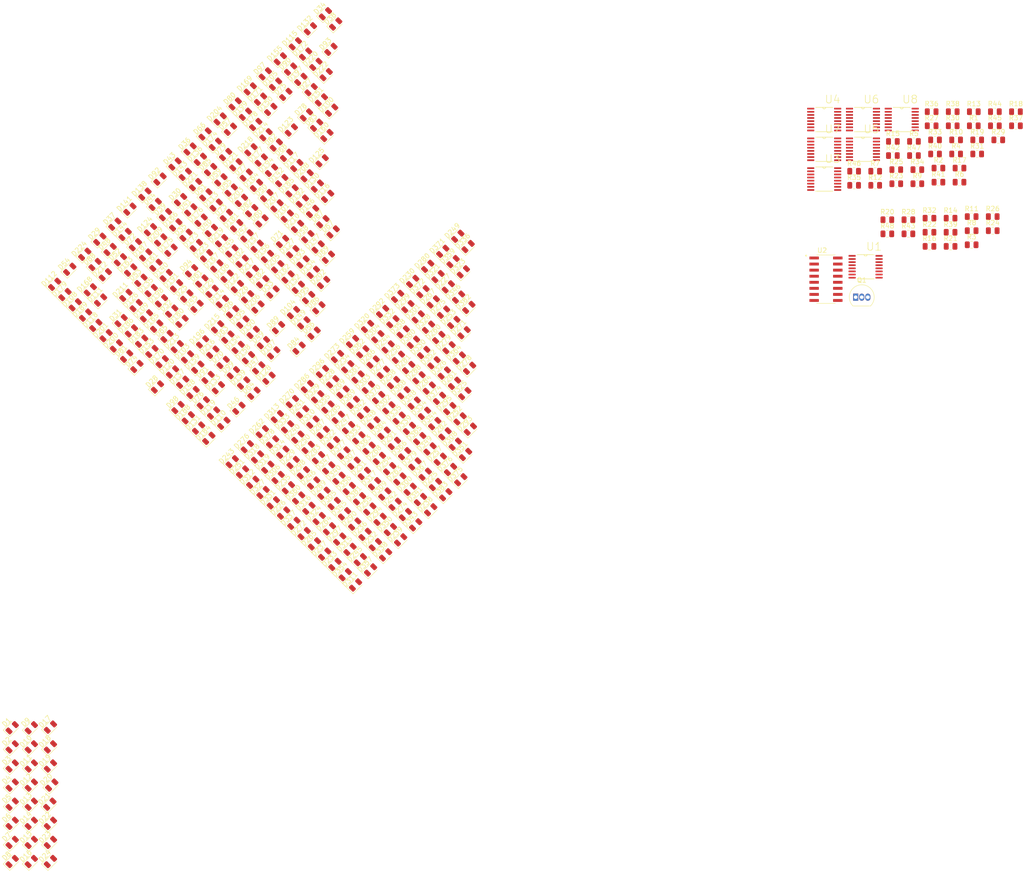
<source format=kicad_pcb>
(kicad_pcb (version 20211014) (generator pcbnew)
  (layers (0 "F.Cu" signal) (31 "B.Cu" signal) (34 "B.Paste" user) (35 "F.Paste" user) (36 "B.SilkS" user "B.Silkscreen") (37 "F.SilkS" user "F.Silkscreen") (38 "B.Mask" user) (39 "F.Mask" user) (44 "Edge.Cuts" user))
  (net 0 "")
  (net 1 "Net-(R6-Pad1)")
  (net 2 "COL3")
  (net 3 "Net-(R1-Pad1)")
  (net 4 "COL8")
  (net 5 "Net-(R2-Pad1)")
  (net 6 "COL7")
  (net 7 "Net-(R3-Pad1)")
  (net 8 "COL6")
  (net 9 "Net-(R4-Pad1)")
  (net 10 "COL5")
  (net 11 "Net-(R5-Pad1)")
  (net 12 "COL4")
  (net 13 "Net-(R12-Pad1)")
  (net 14 "COL13")
  (net 15 "Net-(R7-Pad1)")
  (net 16 "COL2")
  (net 17 "Net-(R8-Pad1)")
  (net 18 "COL1")
  (net 19 "Net-(R9-Pad1)")
  (net 20 "COL16")
  (net 21 "Net-(R10-Pad1)")
  (net 22 "COL15")
  (net 23 "Net-(R11-Pad1)")
  (net 24 "COL14")
  (net 25 "Net-(R48-Pad1)")
  (net 26 "COL41")
  (net 27 "Net-(R13-Pad1)")
  (net 28 "COL12")
  (net 29 "Net-(R14-Pad1)")
  (net 30 "COL11")
  (net 31 "Net-(R15-Pad1)")
  (net 32 "COL10")
  (net 33 "Net-(R16-Pad1)")
  (net 34 "COL9")
  (net 35 "Net-(R17-Pad1)")
  (net 36 "COL24")
  (net 37 "Net-(R18-Pad1)")
  (net 38 "COL23")
  (net 39 "Net-(R19-Pad1)")
  (net 40 "COL22")
  (net 41 "Net-(R20-Pad1)")
  (net 42 "COL21")
  (net 43 "Net-(R21-Pad1)")
  (net 44 "COL20")
  (net 45 "Net-(R22-Pad1)")
  (net 46 "COL19")
  (net 47 "Net-(R23-Pad1)")
  (net 48 "COL18")
  (net 49 "Net-(R24-Pad1)")
  (net 50 "COL17")
  (net 51 "Net-(R25-Pad1)")
  (net 52 "COL32")
  (net 53 "Net-(R26-Pad1)")
  (net 54 "COL31")
  (net 55 "Net-(R27-Pad1)")
  (net 56 "COL30")
  (net 57 "Net-(R28-Pad1)")
  (net 58 "COL29")
  (net 59 "Net-(R29-Pad1)")
  (net 60 "COL28")
  (net 61 "Net-(R30-Pad1)")
  (net 62 "COL27")
  (net 63 "Net-(R31-Pad1)")
  (net 64 "COL26")
  (net 65 "Net-(R32-Pad1)")
  (net 66 "COL25")
  (net 67 "Net-(R33-Pad1)")
  (net 68 "COL40")
  (net 69 "Net-(R34-Pad1)")
  (net 70 "COL39")
  (net 71 "Net-(R35-Pad1)")
  (net 72 "COL38")
  (net 73 "Net-(R36-Pad1)")
  (net 74 "COL37")
  (net 75 "Net-(R37-Pad1)")
  (net 76 "COL36")
  (net 77 "Net-(R38-Pad1)")
  (net 78 "COL35")
  (net 79 "Net-(R39-Pad1)")
  (net 80 "COL34")
  (net 81 "Net-(R40-Pad1)")
  (net 82 "COL33")
  (net 83 "Net-(R41-Pad1)")
  (net 84 "COL48")
  (net 85 "Net-(R42-Pad1)")
  (net 86 "COL47")
  (net 87 "Net-(R43-Pad1)")
  (net 88 "COL46")
  (net 89 "Net-(R44-Pad1)")
  (net 90 "COL45")
  (net 91 "Net-(R45-Pad1)")
  (net 92 "COL44")
  (net 93 "Net-(R46-Pad1)")
  (net 94 "COL43")
  (net 95 "Net-(R47-Pad1)")
  (net 96 "COL42")
  (net 97 "ROW1")
  (net 98 "Net-(Q1-Pad2)")
  (net 99 "GND")
  (net 100 "ROW2")
  (net 101 "ROW3")
  (net 102 "ROW4")
  (net 103 "ROW5")
  (net 104 "ROW6")
  (net 105 "ROW7")
  (net 106 "ROW8")
  (net 107 "Net-(U1-Pad15)")
  (net 108 "Net-(U1-Pad1)")
  (net 109 "Net-(U1-Pad2)")
  (net 110 "Net-(U1-Pad3)")
  (net 111 "Net-(U1-Pad4)")
  (net 112 "Net-(U1-Pad5)")
  (net 113 "Net-(U1-Pad6)")
  (net 114 "VCC")
  (net 116 "SER_CLK_ROW_D5")
  (net 117 "RCLK_ROW_D6")
  (net 118 "SER_ROW_D7")
  (net 119 "Net-(U3-Pad9)")
  (net 120 "SER_CLK_COL_D2")
  (net 121 "RCLK_COL_D3")
  (net 122 "SER_COL_D4")
  (net 123 "Net-(U4-Pad9)")
  (net 124 "Net-(U5-Pad9)")
  (net 125 "Net-(U6-Pad9)")
  (net 126 "Net-(U7-Pad9)")
  (footprint "Resistor_SMD:R_0805_2012Metric" (layer "F.Cu") (at 212.2496 -60.1414)
    (fp_text reference "R16")
    (fp_text value "220")
  )
  (footprint "LED_SMD:LED_0805_2012Metric" (layer "F.Cu") (at 95.147497 -5.144837 45)
    (fp_text reference "D255")
    (fp_text value "LED")
  )
  (footprint "LED_SMD:LED_0805_2012Metric" (layer "F.Cu") (at 107.733998 -17.731338 45)
    (fp_text reference "D349")
    (fp_text value "LED")
  )
  (footprint "LED_SMD:LED_0805_2012Metric" (layer "F.Cu") (at 41.803361 -64.782223 45)
    (fp_text reference "D37")
    (fp_text value "LED")
  )
  (footprint "Resistor_SMD:R_0805_2012Metric" (layer "F.Cu") (at 212.6996 -88.3314)
    (fp_text reference "R36")
    (fp_text value "220")
  )
  (footprint "LED_SMD:LED_0805_2012Metric" (layer "F.Cu") (at 62.832717 -81.512369 45)
    (fp_text reference "D174")
    (fp_text value "LED")
  )
  (footprint "LED_SMD:LED_0805_2012Metric" (layer "F.Cu") (at 20.32 68.64 45)
    (fp_text reference "D8")
    (fp_text value "LED")
  )
  (footprint "LED_SMD:LED_0805_2012Metric" (layer "F.Cu") (at 82.094306 -30.784529 45)
    (fp_text reference "D286")
    (fp_text value "LED")
  )
  (footprint "Resistor_SMD:R_0805_2012Metric" (layer "F.Cu") (at 208.9996 -79.1514)
    (fp_text reference "R47")
    (fp_text value "220")
  )
  (footprint "LED_SMD:LED_0805_2012Metric" (layer "F.Cu") (at 75.044451 -37.834383 45)
    (fp_text reference "D107")
    (fp_text value "LED")
  )
  (footprint "Resistor_SMD:R_0805_2012Metric" (layer "F.Cu") (at 225.9296 -85.3814)
    (fp_text reference "R45")
    (fp_text value "220")
  )
  (footprint "LED_SMD:LED_0805_2012Metric" (layer "F.Cu") (at 56.69503 -62.477055 45)
    (fp_text reference "D35")
    (fp_text value "LED")
  )
  (footprint "Resistor_SMD:R_0805_2012Metric" (layer "F.Cu") (at 221.0696 -63.4214)
    (fp_text reference "R8")
    (fp_text value "220")
  )
  (footprint "LED_SMD:LED_0805_2012Metric" (layer "F.Cu") (at 63.299407 -43.286177 45)
    (fp_text reference "D215")
    (fp_text value "LED")
  )
  (footprint "LED_SMD:LED_0805_2012Metric" (layer "F.Cu") (at 113.871684 -36.766652 45)
    (fp_text reference "D364")
    (fp_text value "LED")
  )
  (footprint "LED_SMD:LED_0805_2012Metric" (layer "F.Cu") (at 43.952966 -62.632618 45)
    (fp_text reference "D144")
    (fp_text value "LED")
  )
  (footprint "LED_SMD:LED_0805_2012Metric" (layer "F.Cu") (at 75.801055 -24.491278 45)
    (fp_text reference "D313")
    (fp_text value "LED")
  )
  (footprint "Resistor_SMD:R_0805_2012Metric" (layer "F.Cu") (at 225.4796 -66.3714)
    (fp_text reference "R26")
    (fp_text value "220")
  )
  (footprint "LED_SMD:LED_0805_2012Metric" (layer "F.Cu") (at 79.188097 -46.277238 45)
    (fp_text reference "D104")
    (fp_text value "LED")
  )
  (footprint "LED_SMD:LED_0805_2012Metric" (layer "F.Cu") (at 29.216861 -52.195722 45)
    (fp_text reference "D112")
    (fp_text value "LED")
  )
  (footprint "LED_SMD:LED_0805_2012Metric" (layer "F.Cu") (at 85.481347 -52.570489 45)
    (fp_text reference "D202")
    (fp_text value "LED")
  )
  (footprint "LED_SMD:LED_0805_2012Metric" (layer "F.Cu") (at 97.141538 -15.737297 45)
    (fp_text reference "D268")
    (fp_text value "LED")
  )
  (footprint "Resistor_SMD:R_0805_2012Metric" (layer "F.Cu") (at 203.4296 -65.7114)
    (fp_text reference "R20")
    (fp_text value "220")
  )
  (footprint "1_LED:MC74HC595ADTR2G" (layer "F.Cu") (at 206.4406 -86.6902)
    (fp_text reference "U8")
    (fp_text value "74HC595")
  )
  (footprint "LED_SMD:LED_0805_2012Metric" (layer "F.Cu") (at 72.428156 -78.210181 45)
    (fp_text reference "D177")
    (fp_text value "LED")
  )
  (footprint "LED_SMD:LED_0805_2012Metric" (layer "F.Cu") (at 81.026574 -69.611762 45)
    (fp_text reference "D192")
    (fp_text value "LED")
  )
  (footprint "LED_SMD:LED_0805_2012Metric" (layer "F.Cu") (at 86.167241 -83.350847 45)
    (fp_text reference "D160")
    (fp_text value "LED")
  )
  (footprint "LED_SMD:LED_0805_2012Metric" (layer "F.Cu") (at 92.000872 -1.998212 45)
    (fp_text reference "D290")
    (fp_text value "LED")
  )
  (footprint "LED_SMD:LED_0805_2012Metric" (layer "F.Cu") (at 49.249196 -63.629639 45)
    (fp_text reference "D124")
    (fp_text value "LED")
  )
  (footprint "Resistor_SMD:R_0805_2012Metric" (layer "F.Cu") (at 213.4096 -82.4314)
    (fp_text reference "R33")
    (fp_text value "220")
  )
  (footprint "LED_SMD:LED_0805_2012Metric" (layer "F.Cu") (at 60.152782 -40.139552 45)
    (fp_text reference "D196")
    (fp_text value "LED")
  )
  (footprint "LED_SMD:LED_0805_2012Metric" (layer "F.Cu") (at 101.440747 -11.438087 45)
    (fp_text reference "D263")
    (fp_text value "LED")
  )
  (footprint "LED_SMD:LED_0805_2012Metric" (layer "F.Cu") (at 77.879949 -66.465137 45)
    (fp_text reference "D101")
    (fp_text value "LED")
  )
  (footprint "LED_SMD:LED_0805_2012Metric" (layer "F.Cu") (at 104.742936 -1.842648 45)
    (fp_text reference "D343")
    (fp_text value "LED")
  )
  (footprint "LED_SMD:LED_0805_2012Metric" (layer "F.Cu") (at 115.865726 -47.359112 45)
    (fp_text reference "D382")
    (fp_text value "LED")
  )
  (footprint "LED_SMD:LED_0805_2012Metric" (layer "F.Cu") (at 107.578434 -30.473402 45)
    (fp_text reference "D284")
    (fp_text value "LED")
  )
  (footprint "LED_SMD:LED_0805_2012Metric" (layer "F.Cu") (at 38.656736 -61.635598 45)
    (fp_text reference "D29")
    (fp_text value "LED")
  )
  (footprint "Resistor_SMD:R_0805_2012Metric" (layer "F.Cu") (at 217.1096 -88.3314)
    (fp_text reference "R38")
    (fp_text value "220")
  )
  (footprint "LED_SMD:LED_0805_2012Metric" (layer "F.Cu") (at 80.100265 -20.192069 45)
    (fp_text reference "D240")
    (fp_text value "LED")
  )
  (footprint "LED_SMD:LED_0805_2012Metric" (layer "F.Cu") (at 98.294122 -8.291462 45)
    (fp_text reference "D309")
    (fp_text value "LED")
  )
  (footprint "Resistor_SMD:R_0805_2012Metric" (layer "F.Cu") (at 230.3396 -85.3814)
    (fp_text reference "R37")
    (fp_text value "220")
  )
  (footprint "LED_SMD:LED_0805_2012Metric" (layer "F.Cu") (at 37.815279 -43.597304 45)
    (fp_text reference "D118")
    (fp_text value "LED")
  )
  (footprint "LED_SMD:LED_0805_2012Metric" (layer "F.Cu") (at 103.123661 -47.514675 45)
    (fp_text reference "D299")
    (fp_text value "LED")
  )
  (footprint "LED_SMD:LED_0805_2012Metric" (layer "F.Cu") (at 99.446706 -0.845628 45)
    (fp_text reference "D350")
    (fp_text value "LED")
  )
  (footprint "LED_SMD:LED_0805_2012Metric" (layer "F.Cu") (at 73.58074 -70.764346 45)
    (fp_text reference "D50")
    (fp_text value "LED")
  )
  (footprint "LED_SMD:LED_0805_2012Metric" (layer "F.Cu") (at 57.536487 -80.515349 45)
    (fp_text reference "D36")
    (fp_text value "LED")
  )
  (footprint "LED_SMD:LED_0805_2012Metric" (layer "F.Cu") (at 100.288163 -18.883922 45)
    (fp_text reference "D291")
    (fp_text value "LED")
  )
  (footprint "LED_SMD:LED_0805_2012Metric" (layer "F.Cu") (at 28.32 64.64 45)
    (fp_text reference "D23")
    (fp_text value "LED")
  )
  (footprint "LED_SMD:LED_0805_2012Metric" (layer "F.Cu") (at 61.46093 -19.951653 45)
    (fp_text reference "D184")
    (fp_text value "LED")
  )
  (footprint "LED_SMD:LED_0805_2012Metric" (layer "F.Cu") (at 65.293449 -53.878636 45)
    (fp_text reference "D106")
    (fp_text value "LED")
  )
  (footprint "LED_SMD:LED_0805_2012Metric" (layer "F.Cu") (at 102.437768 -16.734317 45)
    (fp_text reference "D366")
    (fp_text value "LED")
  )
  (footprint "LED_SMD:LED_0805_2012Metric" (layer "F.Cu") (at 85.396494 -21.18909 45)
    (fp_text reference "D287")
    (fp_text value "LED")
  )
  (footprint "LED_SMD:LED_0805_2012Metric" (layer "F.Cu") (at 73.425177 -83.50641 45)
    (fp_text reference "D214")
    (fp_text value "LED")
  )
  (footprint "Resistor_SMD:R_0805_2012Metric" (layer "F.Cu") (at 217.1096 -85.3814)
    (fp_text reference "R30")
    (fp_text value "220")
  )
  (footprint "LED_SMD:LED_0805_2012Metric" (layer "F.Cu") (at 52.395821 -66.776264 45)
    (fp_text reference "D39")
    (fp_text value "LED")
  )
  (footprint "LED_SMD:LED_0805_2012Metric" (layer "F.Cu") (at 83.558017 2.145434 45)
    (fp_text reference "D265")
    (fp_text value "LED")
  )
  (footprint "LED_SMD:LED_0805_2012Metric" (layer "F.Cu") (at 24.32 60.64 45)
    (fp_text reference "D14")
    (fp_text value "LED")
  )
  (footprint "1_LED:MC74HC595ADTR2G" (layer "F.Cu") (at 190.2206 -80.4602)
    (fp_text reference "U7")
    (fp_text value "74HC595")
  )
  (footprint "1_LED:MC74HC595ADTR2G" (layer "F.Cu") (at 198.3306 -86.6902)
    (fp_text reference "U6")
    (fp_text value "74HC595")
  )
  (footprint "LED_SMD:LED_0805_2012Metric" (layer "F.Cu") (at 50.557343 -43.44174 45)
    (fp_text reference "D165")
    (fp_text value "LED")
  )
  (footprint "LED_SMD:LED_0805_2012Metric" (layer "F.Cu") (at 68.440074 -57.025261 45)
    (fp_text reference "D102")
    (fp_text value "LED")
  )
  (footprint "LED_SMD:LED_0805_2012Metric" (layer "F.Cu") (at 116.176853 -21.874983 45)
    (fp_text reference "D293")
    (fp_text value "LED")
  )
  (footprint "LED_SMD:LED_0805_2012Metric" (layer "F.Cu") (at 88.387556 -37.077779 45)
    (fp_text reference "D273")
    (fp_text value "LED")
  )
  (footprint "LED_SMD:LED_0805_2012Metric" (layer "F.Cu") (at 59.311325 -22.101258 45)
    (fp_text reference "D131")
    (fp_text value "LED")
  )
  (footprint "LED_SMD:LED_0805_2012Metric" (layer "F.Cu") (at 39.80932 -54.189763 45)
    (fp_text reference "D212")
    (fp_text value "LED")
  )
  (footprint "LED_SMD:LED_0805_2012Metric" (layer "F.Cu") (at 35.510111 -58.488972 45)
    (fp_text reference "D224")
    (fp_text value "LED")
  )
  (footprint "Resistor_SMD:R_0805_2012Metric" (layer "F.Cu") (at 222.2296 -82.4314)
    (fp_text reference "R19")
    (fp_text value "220")
  )
  (footprint "LED_SMD:LED_0805_2012Metric" (layer "F.Cu") (at 98.449685 4.450602 45)
    (fp_text reference "D338")
    (fp_text value "LED")
  )
  (footprint "LED_SMD:LED_0805_2012Metric" (layer "F.Cu") (at 82.865052 -92.946286 45)
    (fp_text reference "D27")
    (fp_text value "LED")
  )
  (footprint "LED_SMD:LED_0805_2012Metric" (layer "F.Cu") (at 87.008698 -101.389141 45)
    (fp_text reference "D93")
    (fp_text value "LED")
  )
  (footprint "LED_SMD:LED_0805_2012Metric" (layer "F.Cu") (at 89.695704 -16.889881 45)
    (fp_text reference "D377")
    (fp_text value "LED")
  )
  (footprint "Resistor_SMD:R_0805_2012Metric" (layer "F.Cu") (at 218.5296 -76.5314)
    (fp_text reference "R17")
    (fp_text value "220")
  )
  (footprint "LED_SMD:LED_0805_2012Metric" (layer "F.Cu") (at 48.096612 -71.075473 45)
    (fp_text reference "D138")
    (fp_text value "LED")
  )
  (footprint "LED_SMD:LED_0805_2012Metric" (layer "F.Cu") (at 57.006157 -36.992926 45)
    (fp_text reference "D103")
    (fp_text value "LED")
  )
  (footprint "LED_SMD:LED_0805_2012Metric" (layer "F.Cu") (at 50.246216 -68.925869 45)
    (fp_text reference "D44")
    (fp_text value "LED")
  )
  (footprint "LED_SMD:LED_0805_2012Metric" (layer "F.Cu") (at 109.572475 -41.065861 45)
    (fp_text reference "D260")
    (fp_text value "LED")
  )
  (footprint "LED_SMD:LED_0805_2012Metric" (layer "F.Cu") (at 65.449012 -41.136572 45)
    (fp_text reference "D63")
    (fp_text value "LED")
  )
  (footprint "LED_SMD:LED_0805_2012Metric" (layer "F.Cu") (at 54.389862 -77.368724 45)
    (fp_text reference "D43")
    (fp_text value "LED")
  )
  (footprint "LED_SMD:LED_0805_2012Metric" (layer "F.Cu") (at 89.54014 -29.631945 45)
    (fp_text reference "D269")
    (fp_text value "LED")
  )
  (footprint "LED_SMD:LED_0805_2012Metric" (layer "F.Cu") (at 68.510784 -12.901798 45)
    (fp_text reference "D251")
    (fp_text value "LED")
  )
  (footprint "LED_SMD:LED_0805_2012Metric" (layer "F.Cu") (at 24.32 52.64 45)
    (fp_text reference "D12")
    (fp_text value "LED")
  )
  (footprint "LED_SMD:LED_0805_2012Metric" (layer "F.Cu") (at 64.296428 -48.582406 45)
    (fp_text reference "D114")
    (fp_text value "LED")
  )
  (footprint "LED_SMD:LED_0805_2012Metric" (layer "F.Cu") (at 76.041472 -43.130613 45)
    (fp_text reference "D89")
    (fp_text value "LED")
  )
  (footprint "LED_SMD:LED_0805_2012Metric" (layer "F.Cu") (at 71.431135 -72.913951 45)
    (fp_text reference "D164")
    (fp_text value "LED")
  )
  (footprint "LED_SMD:LED_0805_2012Metric" (layer "F.Cu") (at 77.109203 -4.30338 45)
    (fp_text reference "D226")
    (fp_text value "LED")
  )
  (footprint "LED_SMD:LED_0805_2012Metric" (layer "F.Cu") (at 99.977036 -44.36805 45)
    (fp_text reference "D332")
    (fp_text value "LED")
  )
  (footprint "LED_SMD:LED_0805_2012Metric" (layer "F.Cu") (at 95.83339 -35.925195 45)
    (fp_text reference "D266")
    (fp_text value "LED")
  )
  (footprint "LED_SMD:LED_0805_2012Metric" (layer "F.Cu") (at 74.577761 -76.060576 45)
    (fp_text reference "D194")
    (fp_text value "LED")
  )
  (footprint "LED_SMD:LED_0805_2012Metric" (layer "F.Cu") (at 112.563537 -56.954551 45)
    (fp_text reference "D359")
    (fp_text value "LED")
  )
  (footprint "LED_SMD:LED_0805_2012Metric" (layer "F.Cu") (at 105.584393 -19.880942 45)
    (fp_text reference "D365")
    (fp_text value "LED")
  )
  (footprint "LED_SMD:LED_0805_2012Metric" (layer "F.Cu") (at 46.10257 -60.483014 45)
    (fp_text reference "D72")
    (fp_text value "LED")
  )
  (footprint "LED_SMD:LED_0805_2012Metric" (layer "F.Cu") (at 85.552058 -8.447026 45)
    (fp_text reference "D289")
    (fp_text value "LED")
  )
  (footprint "LED_SMD:LED_0805_2012Metric" (layer "F.Cu") (at 38.8123 -48.893533 45)
    (fp_text reference "D111")
    (fp_text value "LED")
  )
  (footprint "LED_SMD:LED_0805_2012Metric" (layer "F.Cu") (at 31.366465 -50.046118 45)
    (fp_text reference "D179")
    (fp_text value "LED")
  )
  (footprint "LED_SMD:LED_0805_2012Metric" (layer "F.Cu") (at 81.252849 -12.746235 45)
    (fp_text reference "D298")
    (fp_text value "LED")
  )
  (footprint "LED_SMD:LED_0805_2012Metric" (layer "F.Cu") (at 88.698683 -11.593651 45)
    (fp_text reference "D340")
    (fp_text value "LED")
  )
  (footprint "LED_SMD:LED_0805_2012Metric" (layer "F.Cu") (at 69.592658 -49.579427 45)
    (fp_text reference "D26")
    (fp_text value "LED")
  )
  (footprint "LED_SMD:LED_0805_2012Metric" (layer "F.Cu") (at 24.32 68.64 45)
    (fp_text reference "D16")
    (fp_text value "LED")
  )
  (footprint "LED_SMD:LED_0805_2012Metric" (layer "F.Cu") (at 77.568822 -91.949265 45)
    (fp_text reference "D75")
    (fp_text value "LED")
  )
  (footprint "LED_SMD:LED_0805_2012Metric" (layer "F.Cu") (at 90.006831 8.594248 45)
    (fp_text reference "D354")
    (fp_text value "LED")
  )
  (footprint "LED_SMD:LED_0805_2012Metric" (layer "F.Cu") (at 84.328763 -60.016323 45)
    (fp_text reference "D147")
    (fp_text value "LED")
  )
  (footprint "LED_SMD:LED_0805_2012Metric" (layer "F.Cu") (at 113.560557 -62.250781 45)
    (fp_text reference "D249")
    (fp_text value "LED")
  )
  (footprint "LED_SMD:LED_0805_2012Metric" (layer "F.Cu") (at 63.143844 -56.028241 45)
    (fp_text reference "D167")
    (fp_text value "LED")
  )
  (footprint "LED_SMD:LED_0805_2012Metric" (layer "F.Cu") (at 43.111509 -44.594324 45)
    (fp_text reference "D31")
    (fp_text value "LED")
  )
  (footprint "LED_SMD:LED_0805_2012Metric" (layer "F.Cu") (at 111.566516 -51.658321 45)
    (fp_text reference "D227")
    (fp_text value "LED")
  )
  (footprint "Resistor_SMD:R_0805_2012Metric" (layer "F.Cu") (at 213.4096 -79.4814)
    (fp_text reference "R40")
    (fp_text value "220")
  )
  (footprint "LED_SMD:LED_0805_2012Metric" (layer "F.Cu") (at 75.885908 -55.872677 45)
    (fp_text reference "D205")
    (fp_text value "LED")
  )
  (footprint "LED_SMD:LED_0805_2012Metric" (layer "F.Cu") (at 33.51607 -47.896513 45)
    (fp_text reference "D108")
    (fp_text value "LED")
  )
  (footprint "LED_SMD:LED_0805_2012Metric" (layer "F.Cu") (at 110.725059 -33.620027 45)
    (fp_text reference "D326")
    (fp_text value "LED")
  )
  (footprint "LED_SMD:LED_0805_2012Metric" (layer "F.Cu") (at 97.827432 -46.517655 45)
    (fp_text reference "D292")
    (fp_text value "LED")
  )
  (footprint "LED_SMD:LED_0805_2012Metric" (layer "F.Cu") (at 60.994239 -58.177846 45)
    (fp_text reference "D223")
    (fp_text value "LED")
  )
  (footprint "LED_SMD:LED_0805_2012Metric" (layer "F.Cu") (at 69.281531 -75.063555 45)
    (fp_text reference "D77")
    (fp_text value "LED")
  )
  (footprint "LED_SMD:LED_0805_2012Metric" (layer "F.Cu") (at 61.99126 -63.474075 45)
    (fp_text reference "D40")
    (fp_text value "LED")
  )
  (footprint "LED_SMD:LED_0805_2012Metric" (layer "F.Cu") (at 115.024268 -29.320818 45)
    (fp_text reference "D325")
    (fp_text value "LED")
  )
  (footprint "LED_SMD:LED_0805_2012Metric" (layer "F.Cu") (at 24.32 44.64 45)
    (fp_text reference "D10")
    (fp_text value "LED")
  )
  (footprint "Resistor_SMD:R_0805_2012Metric" (layer "F.Cu") (at 214.1196 -76.5314)
    (fp_text reference "R2")
    (fp_text value "220")
  )
  (footprint "LED_SMD:LED_0805_2012Metric" (layer "F.Cu") (at 20.32 60.64 45)
    (fp_text reference "D6")
    (fp_text value "LED")
  )
  (footprint "LED_SMD:LED_0805_2012Metric" (layer "F.Cu") (at 37.659716 -56.339368 45)
    (fp_text reference "D88")
    (fp_text value "LED")
  )
  (footprint "LED_SMD:LED_0805_2012Metric" (layer "F.Cu") (at 87.546099 -19.039485 45)
    (fp_text reference "D322")
    (fp_text value "LED")
  )
  (footprint "LED_SMD:LED_0805_2012Metric" (layer "F.Cu") (at 46.258134 -47.740949 45)
    (fp_text reference "D126")
    (fp_text value "LED")
  )
  (footprint "LED_SMD:LED_0805_2012Metric" (layer "F.Cu") (at 111.036186 -8.135899 45)
    (fp_text reference "D383")
    (fp_text value "LED")
  )
  (footprint "LED_SMD:LED_0805_2012Metric" (layer "F.Cu") (at 83.331743 -54.720093 45)
    (fp_text reference "D134")
    (fp_text value "LED")
  )
  (footprint "LED_SMD:LED_0805_2012Metric" (layer "F.Cu") (at 56.850594 -49.734991 45)
    (fp_text reference "D25")
    (fp_text value "LED")
  )
  (footprint "LED_SMD:LED_0805_2012Metric" (layer "F.Cu") (at 35.665674 -45.746908 45)
    (fp_text reference "D189")
    (fp_text value "LED")
  )
  (footprint "LED_SMD:LED_0805_2012Metric" (layer "F.Cu") (at 70.589678 -54.875657 45)
    (fp_text reference "D217")
    (fp_text value "LED")
  )
  (footprint "LED_SMD:LED_0805_2012Metric" (layer "F.Cu") (at 98.980016 -39.07182 45)
    (fp_text reference "D244")
    (fp_text value "LED")
  )
  (footprint "Resistor_SMD:R_0805_2012Metric" (layer "F.Cu") (at 225.9296 -88.3314)
    (fp_text reference "R44")
    (fp_text value "220")
  )
  (footprint "LED_SMD:LED_0805_2012Metric" (layer "F.Cu") (at 108.731018 -23.027567 45)
    (fp_text reference "D344")
    (fp_text value "LED")
  )
  (footprint "LED_SMD:LED_0805_2012Metric" (layer "F.Cu") (at 85.240931 -33.931154 45)
    (fp_text reference "D296")
    (fp_text value "LED")
  )
  (footprint "LED_SMD:LED_0805_2012Metric" (layer "F.Cu") (at 51.709927 -35.995906 45)
    (fp_text reference "D170")
    (fp_text value "LED")
  )
  (footprint "LED_SMD:LED_0805_2012Metric" (layer "F.Cu") (at 46.413697 -34.998885 45)
    (fp_text reference "D74")
    (fp_text value "LED")
  )
  (footprint "LED_SMD:LED_0805_2012Metric" (layer "F.Cu") (at 50.712907 -30.699676 45)
    (fp_text reference "D28")
    (fp_text value "LED")
  )
  (footprint "LED_SMD:LED_0805_2012Metric" (layer "F.Cu") (at 39.964884 -41.447699 45)
    (fp_text reference "D201")
    (fp_text value "LED")
  )
  (footprint "LED_SMD:LED_0805_2012Metric" (layer "F.Cu") (at 56.539467 -75.219119 45)
    (fp_text reference "D143")
    (fp_text value "LED")
  )
  (footprint "LED_SMD:LED_0805_2012Metric" (layer "F.Cu") (at 20.32 56.64 45)
    (fp_text reference "D5")
    (fp_text value "LED")
  )
  (footprint "LED_SMD:LED_0805_2012Metric" (layer "F.Cu") (at 84.399474 -15.89286 45)
    (fp_text reference "D283")
    (fp_text value "LED")
  )
  (footprint "LED_SMD:LED_0805_2012Metric" (layer "F.Cu") (at 78.035513 -53.723073 45)
    (fp_text reference "D162")
    (fp_text value "LED")
  )
  (footprint "LED_SMD:LED_0805_2012Metric" (layer "F.Cu") (at 88.543119 -24.335715 45)
    (fp_text reference "D285")
    (fp_text value "LED")
  )
  (footprint "LED_SMD:LED_0805_2012Metric" (layer "F.Cu") (at 78.565843 -97.245495 45)
    (fp_text reference "D90")
    (fp_text value "LED")
  )
  (footprint "LED_SMD:LED_0805_2012Metric" (layer "F.Cu") (at 64.607555 -23.098278 45)
    (fp_text reference "D110")
    (fp_text value "LED")
  )
  (footprint "LED_SMD:LED_0805_2012Metric" (layer "F.Cu") (at 109.883602 -15.581733 45)
    (fp_text reference "D257")
    (fp_text value "LED")
  )
  (footprint "LED_SMD:LED_0805_2012Metric" (layer "F.Cu") (at 116.021289 -34.617048 45)
    (fp_text reference "D278")
    (fp_text value "LED")
  )
  (footprint "LED_SMD:LED_0805_2012Metric" (layer "F.Cu") (at 81.182138 -56.869698 45)
    (fp_text reference "D193")
    (fp_text value "LED")
  )
  (footprint "Resistor_SMD:R_0805_2012Metric" (layer "F.Cu") (at 221.0696 -66.3714)
    (fp_text reference "R11")
    (fp_text value "220")
  )
  (footprint "LED_SMD:LED_0805_2012Metric" (layer "F.Cu") (at 94.680806 -43.37103 45)
    (fp_text reference "D320")
    (fp_text value "LED")
  )
  (footprint "LED_SMD:LED_0805_2012Metric" (layer "F.Cu") (at 59.997219 -52.881616 45)
    (fp_text reference "D61")
    (fp_text value "LED")
  )
  (footprint "LED_SMD:LED_0805_2012Metric" (layer "F.Cu") (at 83.862073 -98.242516 45)
    (fp_text reference "D220")
    (fp_text value "LED")
  )
  (footprint "LED_SMD:LED_0805_2012Metric" (layer "F.Cu") (at 94.83637 -30.628965 45)
    (fp_text reference "D303")
    (fp_text value "LED")
  )
  (footprint "LED_SMD:LED_0805_2012Metric" (layer "F.Cu") (at 82.249869 -18.042465 45)
    (fp_text reference "D250")
    (fp_text value "LED")
  )
  (footprint "LED_SMD:LED_0805_2012Metric" (layer "F.Cu") (at 52.706948 -41.292136 45)
    (fp_text reference "D65")
    (fp_text value "LED")
  )
  (footprint "LED_SMD:LED_0805_2012Metric" (layer "F.Cu") (at 44.264093 -37.14849 45)
    (fp_text reference "D81")
    (fp_text value "LED")
  )
  (footprint "LED_SMD:LED_0805_2012Metric" (layer "F.Cu") (at 95.30306 7.597227 45)
    (fp_text reference "D357")
    (fp_text value "LED")
  )
  (footprint "LED_SMD:LED_0805_2012Metric" (layer "F.Cu") (at 75.730345 -68.614742 45)
    (fp_text reference "D207")
    (fp_text value "LED")
  )
  (footprint "LED_SMD:LED_0805_2012Metric" (layer "F.Cu") (at 53.859532 -33.846301 45)
    (fp_text reference "D120")
    (fp_text value "LED")
  )
  (footprint "LED_SMD:LED_0805_2012Metric" (layer "F.Cu") (at 69.125967 -87.80562 45)
    (fp_text reference "D199")
    (fp_text value "LED")
  )
  (footprint "LED_SMD:LED_0805_2012Metric" (layer "F.Cu") (at 90.848288 -9.444046 45)
    (fp_text reference "D356")
    (fp_text value "LED")
  )
  (footprint "LED_SMD:LED_0805_2012Metric" (layer "F.Cu") (at 63.454971 -30.544113 45)
    (fp_text reference "D133")
    (fp_text value "LED")
  )
  (footprint "LED_SMD:LED_0805_2012Metric" (layer "F.Cu") (at 68.751201 -31.541133 45)
    (fp_text reference "D139")
    (fp_text value "LED")
  )
  (footprint "LED_SMD:LED_0805_2012Metric" (layer "F.Cu") (at 70.900805 -29.391528 45)
    (fp_text reference "D64")
    (fp_text value "LED")
  )
  (footprint "Resistor_SMD:R_0805_2012Metric" (layer "F.Cu") (at 204.5896 -82.1014)
    (fp_text reference "R15")
    (fp_text value "220")
  )
  (footprint "Resistor_SMD:R_0805_2012Metric" (layer "F.Cu") (at 212.6996 -85.3814)
    (fp_text reference "R27")
    (fp_text value "220")
  )
  (footprint "LED_SMD:LED_0805_2012Metric" (layer "F.Cu") (at 97.982995 -33.77559 45)
    (fp_text reference "D277")
    (fp_text value "LED")
  )
  (footprint "Resistor_SMD:R_0805_2012Metric" (layer "F.Cu") (at 216.6596 -60.1414)
    (fp_text reference "R21")
    (fp_text value "220")
  )
  (footprint "LED_SMD:LED_0805_2012Metric" (layer "F.Cu") (at 86.011677 -96.092911 45)
    (fp_text reference "D222")
    (fp_text value "LED")
  )
  (footprint "LED_SMD:LED_0805_2012Metric" (layer "F.Cu") (at 67.598617 -38.986967 45)
    (fp_text reference "D154")
    (fp_text value "LED")
  )
  (footprint "Resistor_SMD:R_0805_2012Metric" (layer "F.Cu") (at 230.3396 -88.3314)
    (fp_text reference "R18")
    (fp_text value "220")
  )
  (footprint "LED_SMD:LED_0805_2012Metric" (layer "F.Cu") (at 85.17022 -78.054617 45)
    (fp_text reference "D125")
    (fp_text value "LED")
  )
  (footprint "LED_SMD:LED_0805_2012Metric" (layer "F.Cu") (at 75.956619 -11.749214 45)
    (fp_text reference "D306")
    (fp_text value "LED")
  )
  (footprint "LED_SMD:LED_0805_2012Metric" (layer "F.Cu") (at 64.451991 -35.840342 45)
    (fp_text reference "D70")
    (fp_text value "LED")
  )
  (footprint "LED_SMD:LED_0805_2012Metric" (layer "F.Cu") (at 100.974057 -49.66428 45)
    (fp_text reference "D373")
    (fp_text value "LED")
  )
  (footprint "LED_SMD:LED_0805_2012Metric" (layer "F.Cu") (at 106.270286 -50.6613 45)
    (fp_text reference "D372")
    (fp_text value "LED")
  )
  (footprint "LED_SMD:LED_0805_2012Metric" (layer "F.Cu") (at 72.583719 -65.468116 45)
    (fp_text reference "D60")
    (fp_text value "LED")
  )
  (footprint "LED_SMD:LED_0805_2012Metric" (layer "F.Cu") (at 61.835696 -76.21614 45)
    (fp_text reference "D85")
    (fp_text value "LED")
  )
  (footprint "LED_SMD:LED_0805_2012Metric" (layer "F.Cu") (at 78.94768 -27.637904 45)
    (fp_text reference "D270")
    (fp_text value "LED")
  )
  (footprint "LED_SMD:LED_0805_2012Metric" (layer "F.Cu") (at 70.278551 -80.359785 45)
    (fp_text reference "D218")
    (fp_text value "LED")
  )
  (footprint "LED_SMD:LED_0805_2012Metric" (layer "F.Cu") (at 49.560323 -38.14551 45)
    (fp_text reference "D153")
    (fp_text value "LED")
  )
  (footprint "LED_SMD:LED_0805_2012Metric" (layer "F.Cu") (at 82.179158 -62.165928 45)
    (fp_text reference "D58")
    (fp_text value "LED")
  )
  (footprint "LED_SMD:LED_0805_2012Metric" (layer "F.Cu") (at 70.434115 -67.617721 45)
    (fp_text reference "D82")
    (fp_text value "LED")
  )
  (footprint "LED_SMD:LED_0805_2012Metric" (layer "F.Cu") (at 58.158741 -29.547092 45)
    (fp_text reference "D148")
    (fp_text value "LED")
  )
  (footprint "LED_SMD:LED_0805_2012Metric" (layer "F.Cu") (at 92.997892 -7.294442 45)
    (fp_text reference "D381")
    (fp_text value "LED")
  )
  (footprint "LED_SMD:LED_0805_2012Metric" (layer "F.Cu") (at 20.32 48.64 45)
    (fp_text reference "D3")
    (fp_text value "LED")
  )
  (footprint "LED_SMD:LED_0805_2012Metric" (layer "F.Cu") (at 104.120682 -52.810905 45)
    (fp_text reference "D230")
    (fp_text value "LED")
  )
  (footprint "LED_SMD:LED_0805_2012Metric" (layer "F.Cu") (at 67.75418 -26.244903 45)
    (fp_text reference "D46")
    (fp_text value "LED")
  )
  (footprint "LED_SMD:LED_0805_2012Metric" (layer "F.Cu") (at 51.3988 -61.480034 45)
    (fp_text reference "D209")
    (fp_text value "LED")
  )
  (footprint "LED_SMD:LED_0805_2012Metric" (layer "F.Cu") (at 85.856114 -108.834975 45)
    (fp_text reference "D34")
    (fp_text value "LED")
  )
  (footprint "LED_SMD:LED_0805_2012Metric" (layer "F.Cu") (at 62.302387 -37.989947 45)
    (fp_text reference "D216")
    (fp_text value "LED")
  )
  (footprint "LED_SMD:LED_0805_2012Metric" (layer "F.Cu") (at 44.949986 -67.928848 45)
    (fp_text reference "D141")
    (fp_text value "LED")
  )
  (footprint "LED_SMD:LED_0805_2012Metric" (layer "F.Cu") (at 70.745242 -42.133593 45)
    (fp_text reference "D190")
    (fp_text value "LED")
  )
  (footprint "LED_SMD:LED_0805_2012Metric" (layer "F.Cu") (at 45.10555 -55.186784 45)
    (fp_text reference "D163")
    (fp_text value "LED")
  )
  (footprint "LED_SMD:LED_0805_2012Metric" (layer "F.Cu") (at 70.660389 -10.752194 45)
    (fp_text reference "D312")
    (fp_text value "LED")
  )
  (footprint "LED_SMD:LED_0805_2012Metric" (layer "F.Cu") (at 104.431809 -27.326777 45)
    (fp_text reference "D348")
    (fp_text value "LED")
  )
  (footprint "LED_SMD:LED_0805_2012Metric" (layer "F.Cu") (at 111.877643 -26.174193 45)
    (fp_text reference "D295")
    (fp_text value "LED")
  )
  (footprint "Resistor_SMD:R_0805_2012Metric" (layer "F.Cu") (at 217.8196 -79.4814)
    (fp_text reference "R4")
    (fp_text value "220")
  )
  (footprint "LED_SMD:LED_0805_2012Metric" (layer "F.Cu") (at 105.428829 -32.623006 45)
    (fp_text reference "D288")
    (fp_text value "LED")
  )
  (footprint "LED_SMD:LED_0805_2012Metric" (layer "F.Cu") (at 102.126641 -42.218445 45)
    (fp_text reference "D358")
    (fp_text value "LED")
  )
  (footprint "LED_SMD:LED_0805_2012Metric" (layer "F.Cu") (at 81.097285 -25.488299 45)
    (fp_text reference "D241")
    (fp_text value "LED")
  )
  (footprint "LED_SMD:LED_0805_2012Metric" (layer "F.Cu") (at 110.880623 -20.877963 45)
    (fp_text reference "D282")
    (fp_text value "LED")
  )
  (footprint "LED_SMD:LED_0805_2012Metric" (layer "F.Cu") (at 78.721406 -84.503431 45)
    (fp_text reference "D123")
    (fp_text value "LED")
  )
  (footprint "LED_SMD:LED_0805_2012Metric" (layer "F.Cu") (at 106.581413 -25.177172 45)
    (fp_text reference "D334")
    (fp_text value "LED")
  )
  (footprint "LED_SMD:LED_0805_2012Metric" (layer "F.Cu") (at 45.261113 -42.44472 45)
    (fp_text reference "D186")
    (fp_text value "LED")
  )
  (footprint "LED_SMD:LED_0805_2012Metric" (layer "F.Cu") (at 87.857226 6.444643 45)
    (fp_text reference "D233")
    (fp_text value "LED")
  )
  (footprint "LED_SMD:LED_0805_2012Metric" (layer "F.Cu") (at 88.005718 -106.685371 45)
    (fp_text reference "D38")
    (fp_text value "LED")
  )
  (footprint "LED_SMD:LED_0805_2012Metric" (layer "F.Cu") (at 72.809994 -8.602589 45)
    (fp_text reference "D327")
    (fp_text value "LED")
  )
  (footprint "LED_SMD:LED_0805_2012Metric" (layer "F.Cu") (at 96.300081 2.300997 45)
    (fp_text reference "D232")
    (fp_text value "LED")
  )
  (footprint "LED_SMD:LED_0805_2012Metric" (layer "F.Cu") (at 94.150476 0.151393 45)
    (fp_text reference "D236")
    (fp_text value "LED")
  )
  (footprint "LED_SMD:LED_0805_2012Metric" (layer "F.Cu") (at 81.408412 -0.004171 45)
    (fp_text reference "D272")
    (fp_text value "LED")
  )
  (footprint "LED_SMD:LED_0805_2012Metric" (layer "F.Cu") (at 97.297101 -2.995232 45)
    (fp_text reference "D294")
    (fp_text value "LED")
  )
  (footprint "LED_SMD:LED_0805_2012Metric" (layer "F.Cu") (at 55.542446 -69.922889 45)
    (fp_text reference "D30")
    (fp_text value "LED")
  )
  (footprint "LED_SMD:LED_0805_2012Metric" (layer "F.Cu") (at 66.976363 -89.955224 45)
    (fp_text reference "D80")
    (fp_text value "LED")
  )
  (footprint "LED_SMD:LED_0805_2012Metric" (layer "F.Cu") (at 28.6 52.64 45)
    (fp_text reference "D20")
    (fp_text value "LED")
  )
  (footprint "LED_SMD:LED_0805_2012Metric" (layer "F.Cu") (at 62.45795 -25.247883 45)
    (fp_text reference "D119")
    (fp_text value "LED")
  )
  (footprint "LED_SMD:LED_0805_2012Metric" (layer "F.Cu") (at 84.484327 -47.274259 45)
    (fp_text reference "D86")
    (fp_text value "LED")
  )
  (footprint "Resistor_SMD:R_0805_2012Metric" (layer "F.Cu") (at 205.2996 -73.2514)
    (fp_text reference "R23")
    (fp_text value "220")
  )
  (footprint "LED_SMD:LED_0805_2012Metric" (layer "F.Cu") (at 103.279225 -34.772611 45)
    (fp_text reference "D281")
    (fp_text value "LED")
  )
  (footprint "LED_SMD:LED_0805_2012Metric" (layer "F.Cu") (at 85.014657 -90.796681 45)
    (fp_text reference "D151")
    (fp_text value "LED")
  )
  (footprint "LED_SMD:LED_0805_2012Metric" (layer "F.Cu") (at 112.033207 -13.432128 45)
    (fp_text reference "D376")
    (fp_text value "LED")
  )
  (footprint "LED_SMD:LED_0805_2012Metric" (layer "F.Cu") (at 48.252175 -58.333409 45)
    (fp_text reference "D187")
    (fp_text value "LED")
  )
  (footprint "LED_SMD:LED_0805_2012Metric" (layer "F.Cu") (at 20.32 52.64 45)
    (fp_text reference "D4")
    (fp_text value "LED")
  )
  (footprint "LED_SMD:LED_0805_2012Metric" (layer "F.Cu") (at 103.434788 -22.030547 45)
    (fp_text reference "D339")
    (fp_text value "LED")
  )
  (footprint "LED_SMD:LED_0805_2012Metric" (layer "F.Cu") (at 24.32 56.64 45)
    (fp_text reference "D13")
    (fp_text value "LED")
  )
  (footprint "LED_SMD:LED_0805_2012Metric" (layer "F.Cu") (at 107.889561 -4.989273 45)
    (fp_text reference "D238")
    (fp_text value "LED")
  )
  (footprint "LED_SMD:LED_0805_2012Metric" (layer "F.Cu") (at 73.736303 -58.022282 45)
    (fp_text reference "D156")
    (fp_text value "LED")
  )
  (footprint "LED_SMD:LED_0805_2012Metric" (layer "F.Cu") (at 66.36118 -15.051403 45)
    (fp_text reference "D243")
    (fp_text value "LED")
  )
  (footprint "LED_SMD:LED_0805_2012Metric" (layer "F.Cu") (at 103.590352 -9.288483 45)
    (fp_text reference "D300")
    (fp_text value "LED")
  )
  (footprint "LED_SMD:LED_0805_2012Metric" (layer "F.Cu") (at 66.290469 -59.174866 45)
    (fp_text reference "D145")
    (fp_text value "LED")
  )
  (footprint "LED_SMD:LED_0805_2012Metric" (layer "F.Cu") (at 109.728039 -28.323797 45)
    (fp_text reference "D374")
    (fp_text value "LED")
  )
  (footprint "LED_SMD:LED_0805_2012Metric" (layer "F.Cu") (at 61.305366 -32.693717 45)
    (fp_text reference "D91")
    (fp_text value "LED")
  )
  (footprint "LED_SMD:LED_0805_2012Metric" (layer "F.Cu") (at 44.108529 -49.890554 45)
    (fp_text reference "D211")
    (fp_text value "LED")
  )
  (footprint "LED_SMD:LED_0805_2012Metric" (layer "F.Cu") (at 74.888888 -50.576448 45)
    (fp_text reference "D33")
    (fp_text value "LED")
  )
  (footprint "LED_SMD:LED_0805_2012Metric" (layer "F.Cu") (at 24.32 64.64 45)
    (fp_text reference "D15")
    (fp_text value "LED")
  )
  (footprint "LED_SMD:LED_0805_2012Metric" (layer "F.Cu") (at 82.405433 -5.3004 45)
    (fp_text reference "D316")
    (fp_text value "LED")
  )
  (footprint "Resistor_SMD:R_0805_2012Metric" (layer "F.Cu") (at 196.4796 -72.9214)
    (fp_text reference "R35")
    (fp_text value "220")
  )
  (footprint "LED_SMD:LED_0805_2012Metric" (layer "F.Cu") (at 108.886582 -10.285503 45)
    (fp_text reference "D225")
    (fp_text value "LED")
  )
  (footprint "LED_SMD:LED_0805_2012Metric" (layer "F.Cu") (at 51.554364 -48.73797 45)
    (fp_text reference "D198")
    (fp_text value "LED")
  )
  (footprint "LED_SMD:LED_0805_2012Metric" (layer "F.Cu") (at 87.164261 -88.647077 45)
    (fp_text reference "D100")
    (fp_text value "LED")
  )
  (footprint "LED_SMD:LED_0805_2012Metric" (layer "F.Cu") (at 76.727365 -73.910971 45)
    (fp_text reference "D142")
    (fp_text value "LED")
  )
  (footprint "LED_SMD:LED_0805_2012Metric" (layer "F.Cu") (at 78.106223 -9.59961 45)
    (fp_text reference "D235")
    (fp_text value "LED")
  )
  (footprint "LED_SMD:LED_0805_2012Metric" (layer "F.Cu") (at 79.258807 -2.153775 45)
    (fp_text reference "D337")
    (fp_text value "LED")
  )
  (footprint "LED_SMD:LED_0805_2012Metric" (layer "F.Cu") (at 84.24391 -28.634924 45)
    (fp_text reference "D329")
    (fp_text value "LED")
  )
  (footprint "LED_SMD:LED_0805_2012Metric" (layer "F.Cu") (at 60.683112 -83.661974 45)
    (fp_text reference "D66")
    (fp_text value "LED")
  )
  (footprint "Resistor_SMD:R_0805_2012Metric" (layer "F.Cu") (at 205.2996 -76.2014)
    (fp_text reference "R25")
    (fp_text value "220")
  )
  (footprint "LED_SMD:LED_0805_2012Metric" (layer "F.Cu") (at 80.185117 -51.573468 45)
    (fp_text reference "D152")
    (fp_text value "LED")
  )
  (footprint "LED_SMD:LED_0805_2012Metric" (layer "F.Cu") (at 74.422197 -88.80264 45)
    (fp_text reference "D150")
    (fp_text value "LED")
  )
  (footprint "LED_SMD:LED_0805_2012Metric" (layer "F.Cu") (at 81.868031 -87.650056 45)
    (fp_text reference "D78")
    (fp_text value "LED")
  )
  (footprint "1_LED:MC74HC595ADTR2G" (layer "F.Cu") (at 198.8806 -55.8702)
    (fp_text reference "U1")
    (fp_text value "74HC595")
  )
  (footprint "Resistor_SMD:R_0805_2012Metric" (layer "F.Cu") (at 212.2496 -66.0414)
    (fp_text reference "R32")
    (fp_text value "220")
  )
  (footprint "LED_SMD:LED_0805_2012Metric" (layer "F.Cu") (at 66.601596 -33.690738 45)
    (fp_text reference "D99")
    (fp_text value "LED")
  )
  (footprint "LED_SMD:LED_0805_2012Metric" (layer "F.Cu") (at 112.874664 -31.470422 45)
    (fp_text reference "D261")
    (fp_text value "LED")
  )
  (footprint "LED_SMD:LED_0805_2012Metric" (layer "F.Cu") (at 105.739956 -7.138878 45)
    (fp_text reference "D341")
    (fp_text value "LED")
  )
  (footprint "LED_SMD:LED_0805_2012Metric" (layer "F.Cu") (at 68.28451 -69.767326 45)
    (fp_text reference "D203")
    (fp_text value "LED")
  )
  (footprint "LED_SMD:LED_0805_2012Metric" (layer "F.Cu") (at 84.1732 -72.758387 45)
    (fp_text reference "D130")
    (fp_text value "LED")
  )
  (footprint "LED_SMD:LED_0805_2012Metric" (layer "F.Cu") (at 28.32 48.64 45)
    (fp_text reference "D19")
    (fp_text value "LED")
  )
  (footprint "LED_SMD:LED_0805_2012Metric" (layer "F.Cu") (at 28.32 60.64 45)
    (fp_text reference "D22")
    (fp_text value "LED")
  )
  (footprint "LED_SMD:LED_0805_2012Metric" (layer "F.Cu") (at 47.255155 -53.037179 45)
    (fp_text reference "D53")
    (fp_text value "LED")
  )
  (footprint "LED_SMD:LED_0805_2012Metric" (layer "F.Cu") (at 96.144517 -10.441067 45)
    (fp_text reference "D317")
    (fp_text value "LED")
  )
  (footprint "LED_SMD:LED_0805_2012Metric" (layer "F.Cu") (at 68.595637 -44.283197 45)
    (fp_text reference "D195")
    (fp_text value "LED")
  )
  (footprint "LED_SMD:LED_0805_2012Metric" (layer "F.Cu") (at 63.829737 -86.808599 45)
    (fp_text reference "D204")
    (fp_text value "LED")
  )
  (footprint "LED_SMD:LED_0805_2012Metric" (layer "F.Cu") (at 80.715447 -95.095891 45)
    (fp_text reference "D197")
    (fp_text value "LED")
  )
  (footprint "LED_SMD:LED_0805_2012Metric" (layer "F.Cu") (at 102.282204 -29.476381 45)
    (fp_text reference "D368")
    (fp_text value "LED")
  )
  (footprint "Resistor_SMD:R_0805_2012Metric" (layer "F.Cu") (at 204.5896 -79.1514)
    (fp_text reference "R42")
    (fp_text value "220")
  )
  (footprint "LED_SMD:LED_0805_2012Metric" (layer "F.Cu") (at 80.340681 -38.831404 45)
    (fp_text reference "D84")
    (fp_text value "LED")
  )
  (footprint "Resistor_SMD:R_0805_2012Metric" (layer "F.Cu") (at 207.8396 -62.7614)
    (fp_text reference "R43")
    (fp_text value "220")
  )
  (footprint "LED_SMD:LED_0805_2012Metric" (layer "F.Cu") (at 115.710162 -60.101176 45)
    (fp_text reference "D336")
    (fp_text value "LED")
  )
  (footprint "LED_SMD:LED_0805_2012Metric" (layer "F.Cu") (at 112.7191 -44.212487 45)
    (fp_text reference "D253")
    (fp_text value "LED")
  )
  (footprint "LED_SMD:LED_0805_2012Metric" (layer "F.Cu") (at 86.322804 -70.608783 45)
    (fp_text reference "D116")
    (fp_text value "LED")
  )
  (footprint "LED_SMD:LED_0805_2012Metric" (layer "F.Cu") (at 49.404759 -50.887575 45)
    (fp_text reference "D135")
    (fp_text value "LED")
  )
  (footprint "LED_SMD:LED_0805_2012Metric" (layer "F.Cu") (at 80.255828 -7.450005 45)
    (fp_text reference "D360")
    (fp_text value "LED")
  )
  (footprint "LED_SMD:LED_0805_2012Metric" (layer "F.Cu") (at 88.854246 1.148413 45)
    (fp_text reference "D297")
    (fp_text value "LED")
  )
  (footprint "LED_SMD:LED_0805_2012Metric" (layer "F.Cu") (at 57.847614 -55.03122 45)
    (fp_text reference "D94")
    (fp_text value "LED")
  )
  (footprint "LED_SMD:LED_0805_2012Metric" (layer "F.Cu") (at 59.155762 -34.843322 45)
    (fp_text reference "D159")
    (fp_text value "LED")
  )
  (footprint "LED_SMD:LED_0805_2012Metric" (layer "F.Cu") (at 57.161721 -24.250862 45)
    (fp_text reference "D188")
    (fp_text value "LED")
  )
  (footprint "LED_SMD:LED_0805_2012Metric" (layer "F.Cu") (at 111.72208 -38.916257 45)
    (fp_text reference "D279")
    (fp_text value "LED")
  )
  (footprint "LED_SMD:LED_0805_2012Metric" (layer "F.Cu") (at 79.032533 -59.019303 45)
    (fp_text reference "D127")
    (fp_text value "LED")
  )
  (footprint "LED_SMD:LED_0805_2012Metric" (layer "F.Cu") (at 87.701662 -6.297421 45)
    (fp_text reference "D305")
    (fp_text value "LED")
  )
  (footprint "LED_SMD:LED_0805_2012Metric" (layer "F.Cu") (at 74.804035 -19.195049 45)
    (fp_text reference "D378")
    (fp_text value "LED")
  )
  (footprint "LED_SMD:LED_0805_2012Metric" (layer "F.Cu") (at 83.402453 -10.59663 45)
    (fp_text reference "D246")
    (fp_text value "LED")
  )
  (footprint "LED_SMD:LED_0805_2012Metric" (layer "F.Cu") (at 108.575455 -35.769632 45)
    (fp_text reference "D352")
    (fp_text value "LED")
  )
  (footprint "LED_SMD:LED_0805_2012Metric" (layer "F.Cu") (at 62.146823 -50.732011 45)
    (fp_text reference "D129")
    (fp_text value "LED")
  )
  (footprint "LED_SMD:LED_0805_2012Metric" (layer "F.Cu") (at 91.534181 -40.224404 45)
    (fp_text reference "D259")
    (fp_text value "LED")
  )
  (footprint "LED_SMD:LED_0805_2012Metric" (layer "F.Cu") (at 77.95066 -22.341674 45)
    (fp_text reference "D333")
    (fp_text value "LED")
  )
  (footprint "LED_SMD:LED_0805_2012Metric" (layer "F.Cu") (at 67.131926 -77.21316 45)
    (fp_text reference "D121")
    (fp_text value "LED")
  )
  (footprint "LED_SMD:LED_0805_2012Metric" (layer "F.Cu") (at 62.98828 -68.770305 45)
    (fp_text reference "D113")
    (fp_text value "LED")
  )
  (footprint "LED_SMD:LED_0805_2012Metric" (layer "F.Cu") (at 59.686092 -78.365744 45)
    (fp_text reference "D136")
    (fp_text value "LED")
  )
  (footprint "LED_SMD:LED_0805_2012Metric" (layer "F.Cu") (at 73.269613 -96.248475 45)
    (fp_text reference "D97")
    (fp_text value "LED")
  )
  (footprint "LED_SMD:LED_0805_2012Metric" (layer "F.Cu") (at 87.390535 -31.781549 45)
    (fp_text reference "D228")
    (fp_text value "LED")
  )
  (footprint "LED_SMD:LED_0805_2012Metric" (layer "F.Cu") (at 71.65741 -16.048423 45)
    (fp_text reference "D318")
    (fp_text value "LED")
  )
  (footprint "LED_SMD:LED_0805_2012Metric" (layer "F.Cu") (at 55.012116 -26.400467 45)
    (fp_text reference "D98")
    (fp_text value "LED")
  )
  (footprint "LED_SMD:LED_0805_2012Metric" (layer "F.Cu") (at 75.419218 -94.09887 45)
    (fp_text reference "D105")
    (fp_text value "LED")
  )
  (footprint "LED_SMD:LED_0805_2012Metric" (layer "F.Cu") (at 106.736977 -12.435108 45)
    (fp_text reference "D367")
    (fp_text value "LED")
  )
  (footprint "LED_SMD:LED_0805_2012Metric" (layer "F.Cu") (at 76.882929 -61.168907 45)
    (fp_text reference "D71")
    (fp_text value "LED")
  )
  (footprint "LED_SMD:LED_0805_2012Metric" (layer "F.Cu") (at 60.308346 -27.397487 45)
    (fp_text reference "D76")
    (fp_text value "LED")
  )
  (footprint "LED_SMD:LED_0805_2012Metric" (layer "F.Cu") (at 76.953639 -17.045444 45)
    (fp_text reference "D314")
    (fp_text value "LED")
  )
  (footprint "LED_SMD:LED_0805_2012Metric" (layer "F.Cu") (at 64.982322 -79.362765 45)
    (fp_text reference "D79")
    (fp_text value "LED")
  )
  (footprint "LED_SMD:LED_0805_2012Metric" (layer "F.Cu") (at 102.593331 -3.992253 45)
    (fp_text reference "D274")
    (fp_text value "LED")
  )
  (footprint "LED_SMD:LED_0805_2012Metric" (layer "F.Cu") (at 100.1326 -31.625986 45)
    (fp_text reference "D258")
    (fp_text value "LED")
  )
  (footprint "Resistor_SMD:R_0805_2012Metric" (layer "F.Cu") (at 222.2296 -79.4814)
    (fp_text reference "R31")
    (fp_text value "220")
  )
  (footprint "LED_SMD:LED_0805_2012Metric" (layer "F.Cu") (at 106.42585 -37.919236 45)
    (fp_text reference "D330")
    (fp_text value "LED")
  )
  (footprint "LED_SMD:LED_0805_2012Metric" (layer "F.Cu") (at 96.830411 -41.221425 45)
    (fp_text reference "D304")
    (fp_text value "LED")
  )
  (footprint "Resistor_SMD:R_0805_2012Metric" (layer "F.Cu") (at 200.8896 -75.8714)
    (fp_text reference "R7")
    (fp_text value "220")
  )
  (footprint "LED_SMD:LED_0805_2012Metric" (layer "F.Cu") (at 83.24689 -23.338694 45)
    (fp_text reference "D310")
    (fp_text value "LED")
  )
  (footprint "LED_SMD:LED_0805_2012Metric" (layer "F.Cu") (at 83.487306 -41.978029 45)
    (fp_text reference "D56")
    (fp_text value "LED")
  )
  (footprint "Resistor_SMD:R_0805_2012Metric" (layer "F.Cu") (at 203.4296 -62.7614)
    (fp_text reference "R48")
    (fp_text value "220")
  )
  (footprint "LED_SMD:LED_0805_2012Metric" (layer "F.Cu") (at 89.851267 -4.147816 45)
    (fp_text reference "D345")
    (fp_text value "LED")
  )
  (footprint "LED_SMD:LED_0805_2012Metric" (layer "F.Cu") (at 78.87697 -71.761367 45)
    (fp_text reference "D185")
    (fp_text value "LED")
  )
  (footprint "Resistor_SMD:R_0805_2012Metric" (layer "F.Cu") (at 216.6596 -66.0414)
    (fp_text reference "R14")
    (fp_text value "220")
  )
  (footprint "Resistor_SMD:R_0805_2012Metric" (layer "F.Cu") (at 218.5296 -73.5814)
    (fp_text reference "R6")
    (fp_text value "220")
  )
  (footprint "LED_SMD:LED_0805_2012Metric" (layer "F.Cu") (at 20.32 40.64 45)
    (fp_text reference "D1")
    (fp_text value "LED")
  )
  (footprint "Resistor_SMD:R_0805_2012Metric" (layer "F.Cu") (at 221.5196 -88.3314)
    (fp_text reference "R13")
    (fp_text value "220")
  )
  (footprint "LED_SMD:LED_0805_2012Metric" (layer "F.Cu") (at 107.267307 -55.95753 45)
    (fp_text reference "D280")
    (fp_text value "LED")
  )
  (footprint "LED_SMD:LED_0805_2012Metric" (layer "F.Cu") (at 79.103244 -14.895839 45)
    (fp_text reference "D229")
    (fp_text value "LED")
  )
  (footprint "LED_SMD:LED_0805_2012Metric" (layer "F.Cu") (at 82.709489 -105.68835 45)
    (fp_text reference "D132")
    (fp_text value "LED")
  )
  (footprint "LED_SMD:LED_0805_2012Metric" (layer "F.Cu") (at 67.443053 -51.729032 45)
    (fp_text reference "D122")
    (fp_text value "LED")
  )
  (footprint "LED_SMD:LED_0805_2012Metric" (layer "F.Cu") (at 80.029554 -64.315532 45)
    (fp_text reference "D210")
    (fp_text value "LED")
  )
  (footprint "LED_SMD:LED_0805_2012Metric" (layer "F.Cu") (at 98.138559 -21.033526 45)
    (fp_text reference "D384")
    (fp_text value "LED")
  )
  (footprint "LED_SMD:LED_0805_2012Metric" (layer "F.Cu") (at 87.475388 -63.162948 45)
    (fp_text reference "D67")
    (fp_text value "LED")
  )
  (footprint "LED_SMD:LED_0805_2012Metric" (layer "F.Cu") (at 108.419891 -48.511696 45)
    (fp_text reference "D267")
    (fp_text value "LED")
  )
  (footprint "LED_SMD:LED_0805_2012Metric" (layer "F.Cu") (at 72.65443 -21.344653 45)
    (fp_text reference "D262")
    (fp_text value "LED")
  )
  (footprint "LED_SMD:LED_0805_2012Metric" (layer "F.Cu") (at 105.273266 -45.365071 45)
    (fp_text reference "D301")
    (fp_text value "LED")
  )
  (footprint "LED_SMD:LED_0805_2012Metric" (layer "F.Cu") (at 86.478368 -57.866719 45)
    (fp_text reference "D69")
    (fp_text value "LED")
  )
  (footprint "LED_SMD:LED_0805_2012Metric" (layer "F.Cu") (at 93.839349 -25.332736 45)
    (fp_text reference "D342")
    (fp_text value "LED")
  )
  (footprint "LED_SMD:LED_0805_2012Metric" (layer "F.Cu") (at 84.555037 -3.150796 45)
    (fp_text reference "D324")
    (fp_text value "LED")
  )
  (footprint "LED_SMD:LED_0805_2012Metric" (layer "F.Cu") (at 28.32 68.64 45)
    (fp_text reference "D24")
    (fp_text value "LED")
  )
  (footprint "Resistor_SMD:R_0805_2012Metric" (layer "F.Cu") (at 221.0696 -60.4714)
    (fp_text reference "R3")
    (fp_text value "220")
  )
  (footprint "LED_SMD:LED_0805_2012Metric" (layer "F.Cu") (at 54.545425 -64.626659 45)
    (fp_text reference "D166")
    (fp_text value "LED")
  )
  (footprint "LED_SMD:LED_0805_2012Metric" (layer "F.Cu") (at 76.416238 -99.3951 45)
    (fp_text reference "D155")
    (fp_text value "LED")
  )
  (footprint "LED_SMD:LED_0805_2012Metric" (layer "F.Cu") (at 90.537161 -34.928175 45)
    (fp_text reference "D234")
    (fp_text value "LED")
  )
  (footprint "LED_SMD:LED_0805_2012Metric" (layer "F.Cu") (at 114.868705 -42.062882 45)
    (fp_text reference "D271")
    (fp_text value "LED")
  )
  (footprint "Resistor_SMD:R_0805_2012Metric" (layer "F.Cu") (at 226.6396 -82.4314)
    (fp_text reference "R29")
    (fp_text value "220")
  )
  (footprint "LED_SMD:LED_0805_2012Metric" (layer "F.Cu") (at 91.845308 -14.740276 45)
    (fp_text reference "D307")
    (fp_text value "LED")
  )
  (footprint "LED_SMD:LED_0805_2012Metric" (layer "F.Cu") (at 85.325784 -65.312553 45)
    (fp_text reference "D87")
    (fp_text value "LED")
  )
  (footprint "Resistor_SMD:R_0805_2012Metric" (layer "F.Cu") (at 217.8196 -82.4314)
    (fp_text reference "R10")
    (fp_text value "220")
  )
  (footprint "LED_SMD:LED_0805_2012Metric" (layer "F.Cu") (at 82.023595 -74.907992 45)
    (fp_text reference "D208")
    (fp_text value "LED")
  )
  (footprint "LED_SMD:LED_0805_2012Metric" (layer "F.Cu") (at 20.32 64.64 45)
    (fp_text reference "D7")
    (fp_text value "LED")
  )
  (footprint "LED_SMD:LED_0805_2012Metric" (layer "F.Cu") (at 81.712468 -100.39212 45)
    (fp_text reference "D172")
    (fp_text value "LED")
  )
  (footprint "Resistor_SMD:R_0805_2012Metric" (layer "F.Cu") (at 200.8896 -72.9214)
    (fp_text reference "R12")
    (fp_text value "220")
  )
  (footprint "LED_SMD:LED_0805_2012Metric" (layer "F.Cu") (at 94.991933 -17.886901 45)
    (fp_text reference "D363")
    (fp_text value "LED")
  )
  (footprint "LED_SMD:LED_0805_2012Metric" (layer "F.Cu") (at 109.416912 -53.807926 45)
    (fp_text reference "D321")
    (fp_text value "LED")
  )
  (footprint "Resistor_SMD:R_0805_2012Metric" (layer "F.Cu") (at 208.9996 -82.1014)
    (fp_text reference "R5")
    (fp_text value "220")
  )
  (footprint "LED_SMD:LED_0805_2012Metric" (layer "F.Cu") (at 92.686765 -32.77857 45)
    (fp_text reference "D361")
    (fp_text value "LED")
  )
  (footprint "LED_SMD:LED_0805_2012Metric" (layer "F.Cu") (at 63.985301 -74.066535 45)
    (fp_text reference "D59")
    (fp_text value "LED")
  )
  (footprint "LED_SMD:LED_0805_2012Metric" (layer "F.Cu") (at 72.272592 -90.952245 45)
    (fp_text reference "D171")
    (fp_text value "LED")
  )
  (footprint "LED_SMD:LED_0805_2012Metric" (layer "F.Cu") (at 58.844635 -60.32745 45)
    (fp_text reference "D173")
    (fp_text value "LED")
  )
  (footprint "LED_SMD:LED_0805_2012Metric" (layer "F.Cu") (at 104.276245 -40.068841 45)
    (fp_text reference "D380")
    (fp_text value "LED")
  )
  (footprint "LED_SMD:LED_0805_2012Metric" (layer "F.Cu") (at 64.140864 -61.324471 45)
    (fp_text reference "D219")
    (fp_text value "LED")
  )
  (footprint "Package_TO_SOT_THT:TO-92_Inline" (layer "F.Cu") (at 196.8096 -49.5014)
    (fp_text reference "Q1")
    (fp_text value "BC547")
  )
  (footprint "LED_SMD:LED_0805_2012Metric" (layer "F.Cu") (at 114.713141 -54.804946 45)
    (fp_text reference "D323")
    (fp_text value "LED")
  )
  (footprint "LED_SMD:LED_0805_2012Metric" (layer "F.Cu") (at 79.87399 -77.057597 45)
    (fp_text reference "D117")
    (fp_text value "LED")
  )
  (footprint "LED_SMD:LED_0805_2012Metric" (layer "F.Cu") (at 32.363486 -55.342347 45)
    (fp_text reference "D54")
    (fp_text value "LED")
  )
  (footprint "Resistor_SMD:R_0805_2012Metric" (layer "F.Cu") (at 209.7096 -76.2014)
    (fp_text reference "R34")
    (fp_text value "220")
  )
  (footprint "LED_SMD:LED_0805_2012Metric" (layer "F.Cu") (at 58.689071 -73.069514 45)
    (fp_text reference "D221")
    (fp_text value "LED")
  )
  (footprint "LED_SMD:LED_0805_2012Metric" (layer "F.Cu") (at 71.742262 -47.429822 45)
    (fp_text reference "D206")
    (fp_text value "LED")
  )
  (footprint "Resistor_SMD:R_0805_2012Metric" (layer "F.Cu") (at 214.1196 -73.5814)
    (fp_text reference "R41")
    (fp_text value "220")
  )
  (footprint "Resistor_SMD:R_0805_2012Metric" (layer "F.Cu") (at 207.8396 -65.7114)
    (fp_text reference "R28")
    (fp_text value "220")
  )
  (footprint "LED_SMD:LED_0805_2012Metric" (layer "F.Cu") (at 114.182811 -11.282524 45)
    (fp_text reference "D375")
    (fp_text value "LED")
  )
  (footprint "LED_SMD:LED_0805_2012Metric" (layer "F.Cu") (at 100.443727 -6.141857 45)
    (fp_text reference "D242")
    (fp_text value "LED")
  )
  (footprint "LED_SMD:LED_0805_2012Metric" (layer "F.Cu") (at 69.507805 -18.198028 45)
    (fp_text reference "D276")
    (fp_text value "LED")
  )
  (footprint "LED_SMD:LED_0805_2012Metric" (layer "F.Cu") (at 28.2 56.64 45)
    (fp_text reference "D21")
    (fp_text value "LED")
  )
  (footprint "1_LED:MC74HC595ADTR2G" (layer "F.Cu") (at 190.2206 -86.6902)
    (fp_text reference "U4")
    (fp_text value "74HC595")
  )
  (footprint "1_LED:MC74HC595ADTR2G" (layer "F.Cu") (at 190.2206 -74.2302)
    (fp_text reference "U3")
    (fp_text value "74HC595")
  )
  (footprint "LED_SMD:LED_0805_2012Metric" (layer "F.Cu") (at 20.32 44.64 45)
    (fp_text reference "D2")
    (fp_text value "LED")
  )
  (footprint "LED_SMD:LED_0805_2012Metric" (layer "F.Cu") (at 104.587372 -14.584712 45)
    (fp_text reference "D379")
    (fp_text value "LED")
  )
  (footprint "Resistor_SMD:R_0805_2012Metric" (layer "F.Cu") (at 212.2496 -63.0914)
    (fp_text reference "R22")
    (fp_text value "220")
  )
  (footprint "LED_SMD:LED_0805_2012Metric" (layer "F.Cu") (at 66.446033 -46.432802 45)
    (fp_text reference "D96")
    (fp_text value "LED")
  )
  (footprint "LED_SMD:LED_0805_2012Metric" (layer "F.Cu") (at 36.662695 -51.043138 45)
    (fp_text reference "D168")
    (fp_text value "LED")
  )
  (footprint "LED_SMD:LED_0805_2012Metric" (layer "F.Cu") (at 53.703968 -46.588365 45)
    (fp_text reference "D32")
    (fp_text value "LED")
  )
  (footprint "LED_SMD:LED_0805_2012Metric" (layer "F.Cu") (at 51.243237 -74.222098 45)
    (fp_text reference "D92")
    (fp_text value "LED")
  )
  (footprint "LED_SMD:LED_0805_2012Metric" (layer "F.Cu") (at 65.137885 -66.6207 45)
    (fp_text reference "D73")
    (fp_text value "LED")
  )
  (footprint "LED_SMD:LED_0805_2012Metric" (layer "F.Cu") (at 113.030227 -18.728358 45)
    (fp_text reference "D308")
    (fp_text value "LED")
  )
  (footprint "LED_SMD:LED_0805_2012Metric" (layer "F.Cu") (at 67.28749 -64.471096 45)
    (fp_text reference "D181")
    (fp_text value "LED")
  )
  (footprint "LED_SMD:LED_0805_2012Metric" (layer "F.Cu") (at 59.000198 -47.585386 45)
    (fp_text reference "D45")
    (fp_text value "LED")
  )
  (footprint "LED_SMD:LED_0805_2012Metric" (layer "F.Cu") (at 101.596311 1.303977 45)
    (fp_text reference "D239")
    (fp_text value "LED")
  )
  (footprint "LED_SMD:LED_0805_2012Metric" (layer "F.Cu") (at 74.959598 -6.452984 45)
    (fp_text reference "D331")
    (fp_text value "LED")
  )
  (footprint "LED_SMD:LED_0805_2012Metric" (layer "F.Cu") (at 83.176179 -67.462158 45)
    (fp_text reference "D146")
    (fp_text value "LED")
  )
  (footprint "LED_SMD:LED_0805_2012Metric" (layer "F.Cu") (at 107.422871 -43.215466 45)
    (fp_text reference "D328")
    (fp_text value "LED")
  )
  (footprint "LED_SMD:LED_0805_2012Metric" (layer "F.Cu") (at 40.806341 -59.485993 45)
    (fp_text reference "D48")
    (fp_text value "LED")
  )
  (footprint "LED_SMD:LED_0805_2012Metric" (layer "F.Cu") (at 47.410718 -40.295115 45)
    (fp_text reference "D183")
    (fp_text value "LED")
  )
  (footprint "LED_SMD:LED_0805_2012Metric" (layer "F.Cu") (at 70.122988 -93.101849 45)
    (fp_text reference "D169")
    (fp_text value "LED")
  )
  (footprint "LED_SMD:LED_0805_2012Metric" (layer "F.Cu") (at 24.32 48.64 45)
    (fp_text reference "D11")
    (fp_text value "LED")
  )
  (footprint "LED_SMD:LED_0805_2012Metric" (layer "F.Cu") (at 101.285184 -24.180151 45)
    (fp_text reference "D335")
    (fp_text value "LED")
  )
  (footprint "LED_SMD:LED_0805_2012Metric" (layer "F.Cu") (at 85.707621 4.295039 45)
    (fp_text reference "D237")
    (fp_text value "LED")
  )
  (footprint "LED_SMD:LED_0805_2012Metric" (layer "F.Cu") (at 65.979342 -84.658994 45)
    (fp_text reference "D57")
    (fp_text value "LED")
  )
  (footprint "LED_SMD:LED_0805_2012Metric" (layer "F.Cu") (at 69.437094 -62.321491 45)
    (fp_text reference "D42")
    (fp_text value "LED")
  )
  (footprint "LED_SMD:LED_0805_2012Metric" (layer "F.Cu") (at 110.413932 -59.104155 45)
    (fp_text reference "D371")
    (fp_text value "LED")
  )
  (footprint "LED_SMD:LED_0805_2012Metric" (layer "F.Cu") (at 53.548405 -59.33043 45)
    (fp_text reference "D175")
    (fp_text value "LED")
  )
  (footprint "LED_SMD:LED_0805_2012Metric" (layer "F.Cu") (at 56.009136 -31.696697 45)
    (fp_text reference "D137")
    (fp_text value "LED")
  )
  (footprint "LED_SMD:LED_0805_2012Metric" (layer "F.Cu") (at 99.135579 -26.329756 45)
    (fp_text reference "D302")
    (fp_text value "LED")
  )
  (footprint "LED_SMD:LED_0805_2012Metric" (layer "F.Cu") (at 114.027248 -24.024588 45)
    (fp_text reference "D252")
    (fp_text value "LED")
  )
  (footprint "LED_SMD:LED_0805_2012Metric" (layer "F.Cu") (at 71.897826 -34.687758 45)
    (fp_text reference "D47")
    (fp_text value "LED")
  )
  (footprint "LED_SMD:LED_0805_2012Metric" (layer "F.Cu") (at 71.586699 -60.171887 45)
    (fp_text reference "D157")
    (fp_text value "LED")
  )
  (footprint "Resistor_SMD:R_0805_2012Metric" (layer "F.Cu") (at 216.6596 -63.0914)
    (fp_text reference "R39")
    (fp_text value "220")
  )
  (footprint "LED_SMD:LED_0805_2012Metric" (layer "F.Cu") (at 69.748221 -36.837363 45)
    (fp_text reference "D158")
    (fp_text value "LED")
  )
  (footprint "LED_SMD:LED_0805_2012Metric" (layer "F.Cu") (at 48.407739 -45.591345 45)
    (fp_text reference "D109")
    (fp_text value "LED")
  )
  (footprint "LED_SMD:LED_0805_2012Metric" (layer "F.Cu") (at 79.562863 -102.541725 45)
    (fp_text reference "D115")
    (fp_text value "LED")
  )
  (footprint "LED_SMD:LED_0805_2012Metric" (layer "F.Cu") (at 54.856552 -39.142531 45)
    (fp_text reference "D213")
    (fp_text value "LED")
  )
  (footprint "LED_SMD:LED_0805_2012Metric" (layer "F.Cu") (at 73.807014 -13.898819 45)
    (fp_text reference "D319")
    (fp_text value "LED")
  )
  (footprint "LED_SMD:LED_0805_2012Metric" (layer "F.Cu") (at 93.153456 5.447623 45)
    (fp_text reference "D245")
    (fp_text value "LED")
  )
  (footprint "LED_SMD:LED_0805_2012Metric" (layer "F.Cu") (at 72.739283 -52.726052 45)
    (fp_text reference "D182")
    (fp_text value "LED")
  )
  (footprint "LED_SMD:LED_0805_2012Metric" (layer "F.Cu") (at 92.156435 10.743852 45)
    (fp_text reference "D311")
    (fp_text value "LED")
  )
  (footprint "LED_SMD:LED_0805_2012Metric" (layer "F.Cu") (at 75.574781 -81.356806 45)
    (fp_text reference "D62")
    (fp_text value "LED")
  )
  (footprint "Resistor_SMD:R_0805_2012Metric" (layer "F.Cu") (at 225.4796 -63.4214)
    (fp_text reference "R24")
    (fp_text value "220")
  )
  (footprint "LED_SMD:LED_0805_2012Metric" (layer "F.Cu") (at 28.32 40.5 45)
    (fp_text reference "D17")
    (fp_text value "LED")
  )
  (footprint "LED_SMD:LED_0805_2012Metric" (layer "F.Cu") (at 50.40178 -56.183804 45)
    (fp_text reference "D161")
    (fp_text value "LED")
  )
  (footprint "LED_SMD:LED_0805_2012Metric" (layer "F.Cu") (at 55.853573 -44.438761 45)
    (fp_text reference "D180")
    (fp_text value "LED")
  )
  (footprint "LED_SMD:LED_0805_2012Metric" (layer "F.Cu") (at 72.894846 -39.983988 45)
    (fp_text reference "D49")
    (fp_text value "LED")
  )
  (footprint "LED_SMD:LED_0805_2012Metric" (layer "F.Cu") (at 86.704642 -1.001191 45)
    (fp_text reference "D264")
    (fp_text value "LED")
  )
  (footprint "LED_SMD:LED_0805_2012Metric" (layer "F.Cu") (at 42.114488 -39.298094 45)
    (fp_text reference "D200")
    (fp_text value "LED")
  )
  (footprint "Resistor_SMD:R_0805_2012Metric" (layer "F.Cu") (at 221.5196 -85.3814)
    (fp_text reference "R1")
    (fp_text value "220")
  )
  (footprint "LED_SMD:LED_0805_2012Metric" (layer "F.Cu") (at 91.689745 -27.48234 45)
    (fp_text reference "D369")
    (fp_text value "LED")
  )
  (footprint "LED_SMD:LED_0805_2012Metric" (layer "F.Cu") (at 28.32 44.64 45)
    (fp_text reference "D18")
    (fp_text value "LED")
  )
  (footprint "LED_SMD:LED_0805_2012Metric" (layer "F.Cu") (at 24.32 40.64 45)
    (fp_text reference "D9")
    (fp_text value "LED")
  )
  (footprint "LED_SMD:LED_0805_2012Metric" (layer "F.Cu") (at 59.841655 -65.62368 45)
    (fp_text reference "D176")
    (fp_text value "LED")
  )
  (footprint "LED_SMD:LED_0805_2012Metric" (layer "F.Cu") (at 90.692724 -22.18611 45)
    (fp_text reference "D247")
    (fp_text value "LED")
  )
  (footprint "LED_SMD:LED_0805_2012Metric" (layer "F.Cu") (at 74.04743 -32.538154 45)
    (fp_text reference "D128")
    (fp_text value "LED")
  )
  (footprint "LED_SMD:LED_0805_2012Metric" (layer "F.Cu") (at 57.692051 -67.773285 45)
    (fp_text reference "D41")
    (fp_text value "LED")
  )
  (footprint "LED_SMD:LED_0805_2012Metric" (layer "F.Cu") (at 115.179832 -16.578754 45)
    (fp_text reference "D351")
    (fp_text value "LED")
  )
  (footprint "LED_SMD:LED_0805_2012Metric" (layer "F.Cu") (at 91.003851 3.298018 45)
    (fp_text reference "D315")
    (fp_text value "LED")
  )
  (footprint "LED_SMD:LED_0805_2012Metric" (layer "F.Cu") (at 84.017636 -85.500452 45)
    (fp_text reference "D83")
    (fp_text value "LED")
  )
  (footprint "LED_SMD:LED_0805_2012Metric" (layer "F.Cu") (at 113.716121 -49.508716 45)
    (fp_text reference "D346")
    (fp_text value "LED")
  )
  (footprint "LED_SMD:LED_0805_2012Metric" (layer "F.Cu") (at 54.700989 -51.884595 45)
    (fp_text reference "D191")
    (fp_text value "LED")
  )
  (footprint "LED_SMD:LED_0805_2012Metric" (layer "F.Cu") (at 52.551384 -54.0342 45)
    (fp_text reference "D140")
    (fp_text value "LED")
  )
  (footprint "LED_SMD:LED_0805_2012Metric" (layer "F.Cu") (at 42.955945 -57.336388 45)
    (fp_text reference "D52")
    (fp_text value "LED")
  )
  (footprint "LED_SMD:LED_0805_2012Metric" (layer "F.Cu") (at 95.988954 -23.183131 45)
    (fp_text reference "D248")
    (fp_text value "LED")
  )
  (footprint "LED_SMD:LED_0805_2012Metric" (layer "F.Cu") (at 92.842329 -20.036506 45)
    (fp_text reference "D353")
    (fp_text value "LED")
  )
  (footprint "LED_SMD:LED_0805_2012Metric" (layer "F.Cu") (at 93.994913 -12.590671 45)
    (fp_text reference "D231")
    (fp_text value "LED")
  )
  (footprint "Resistor_SMD:R_0805_2012Metric" (layer "F.Cu") (at 209.7096 -73.2514)
    (fp_text reference "R9")
    (fp_text value "220")
  )
  (footprint "LED_SMD:LED_0805_2012Metric" (layer "F.Cu") (at 99.291143 -13.587692 45)
    (fp_text reference "D254")
    (fp_text value "LED")
  )
  (footprint "LED_SMD:LED_0805_2012Metric" (layer "F.Cu") (at 77.724386 -79.207201 45)
    (fp_text reference "D68")
    (fp_text value "LED")
  )
  (footprint "1_LED:MC74HC595ADTR2G" (layer "F.Cu") (at 198.3306 -80.4602)
    (fp_text reference "U5")
    (fp_text value "74HC595")
  )
  (footprint "LED_SMD:LED_0805_2012Metric" (layer "F.Cu") (at 66.134906 -71.91693 45)
    (fp_text reference "D55")
    (fp_text value "LED")
  )
  (footprint "LED_SMD:LED_0805_2012Metric" (layer "F.Cu") (at 96.985974 -28.479361 45)
    (fp_text reference "D370")
    (fp_text value "LED")
  )
  (footprint "1_LED:ULN2003AD" (layer "F.Cu") (at 190.5896 -53.2614)
    (fp_text reference "U2")
    (fp_text value "ULN2003AD")
  )
  (footprint "LED_SMD:LED_0805_2012Metric" (layer "F.Cu") (at 81.337701 -44.127634 45)
    (fp_text reference "D149")
    (fp_text value "LED")
  )
  (footprint "LED_SMD:LED_0805_2012Metric" (layer "F.Cu") (at 101.12962 -36.922216 45)
    (fp_text reference "D256")
    (fp_text value "LED")
  )
  (footprint "LED_SMD:LED_0805_2012Metric" (layer "F.Cu") (at 86.393515 -26.48532 45)
    (fp_text reference "D355")
    (fp_text value "LED")
  )
  (footprint "LED_SMD:LED_0805_2012Metric" (layer "F.Cu") (at 110.569496 -46.362091 45)
    (fp_text reference "D275")
    (fp_text value "LED")
  )
  (footprint "LED_SMD:LED_0805_2012Metric" (layer "F.Cu") (at 82.334722 -49.423864 45)
    (fp_text reference "D95")
    (fp_text value "LED")
  )
  (footprint "LED_SMD:LED_0805_2012Metric" (layer "F.Cu") (at 71.275572 -85.656015 45)
    (fp_text reference "D178")
    (fp_text value "LED")
  )
  (footprint "LED_SMD:LED_0805_2012Metric" (layer "F.Cu") (at 86.549078 -13.743255 45)
    (fp_text reference "D347")
    (fp_text value "LED")
  )
  (footprint "Resistor_SMD:R_0805_2012Metric" (layer "F.Cu") (at 196.4796 -75.8714)
    (fp_text reference "R46")
    (fp_text value "220")
  )
  (footprint "LED_SMD:LED_0805_2012Metric" (layer "F.Cu") (at 93.683786 -38.0748 45)
    (fp_text reference "D362")
    (fp_text value "LED")
  )
  (footprint "LED_SMD:LED_0805_2012Metric" (layer "F.Cu") (at 60.838676 -70.91991 45)
    (fp_text reference "D51")
    (fp_text value "LED")
  )
)
</source>
